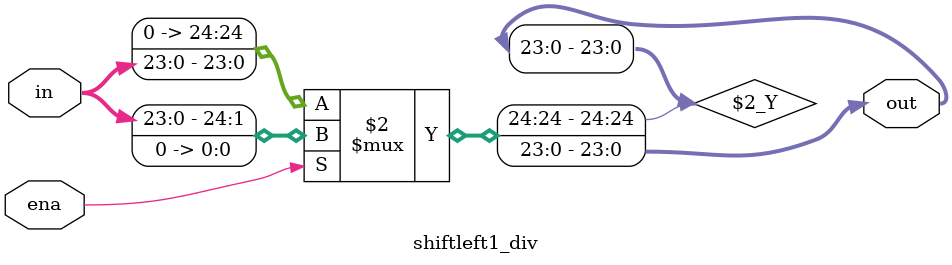
<source format=v>
module shiftleft_div(in, nshiftleft, out);

input	[23:0]	in;
input	[4:0]	nshiftleft;
output	[23:0]	out;

wire	[23:0]	temp1, temp2, temp3, temp4;

shiftleft16_div shift_1(.in(in), .ena(nshiftleft[4]), .out(temp1));
shiftleft8_div  shift_2(.in(temp1), .ena(nshiftleft[3]), .out(temp2));
shiftleft4_div  shift_3(.in(temp2), .ena(nshiftleft[2]), .out(temp3));
shiftleft2_div  shift_4(.in(temp3), .ena(nshiftleft[1]), .out(temp4));
shiftleft1_div  shift_5(.in(temp4), .ena(nshiftleft[0]), .out(out));

endmodule

/////////////////////////////////////////////////////////////////////////////

module	shiftleft16_div(in, ena, out);

input	[23:0]	in;
input			ena;
output	[23:0]	out;

assign out = ena?{in[8:0],16'b0}:in;
endmodule

/////////////////////////////////////////////////////////////////////////////

module	shiftleft8_div(in, ena, out);

input	[23:0]	in;
input			ena;
output	[23:0]	out;

assign out = ena?{in[16:0],8'b0}:in;
endmodule

/////////////////////////////////////////////////////////////////////////////

module	shiftleft4_div(in, ena, out);

input	[23:0]	in;
input			ena;
output	[23:0]	out;

assign out = ena?{in[20:0],4'b0}:in;
endmodule

/////////////////////////////////////////////////////////////////////////////

module	shiftleft2_div(in, ena, out);

input	[23:0]	in;
input			ena;
output	[23:0]	out;

assign out = ena?{in[22:0],2'b0}:in;
endmodule

/////////////////////////////////////////////////////////////////////////////

module	shiftleft1_div(in, ena, out);

input	[23:0]	in;
input			ena;
output	[23:0]	out;

assign out = ena?{in[23:0],1'b0}:in;
endmodule
</source>
